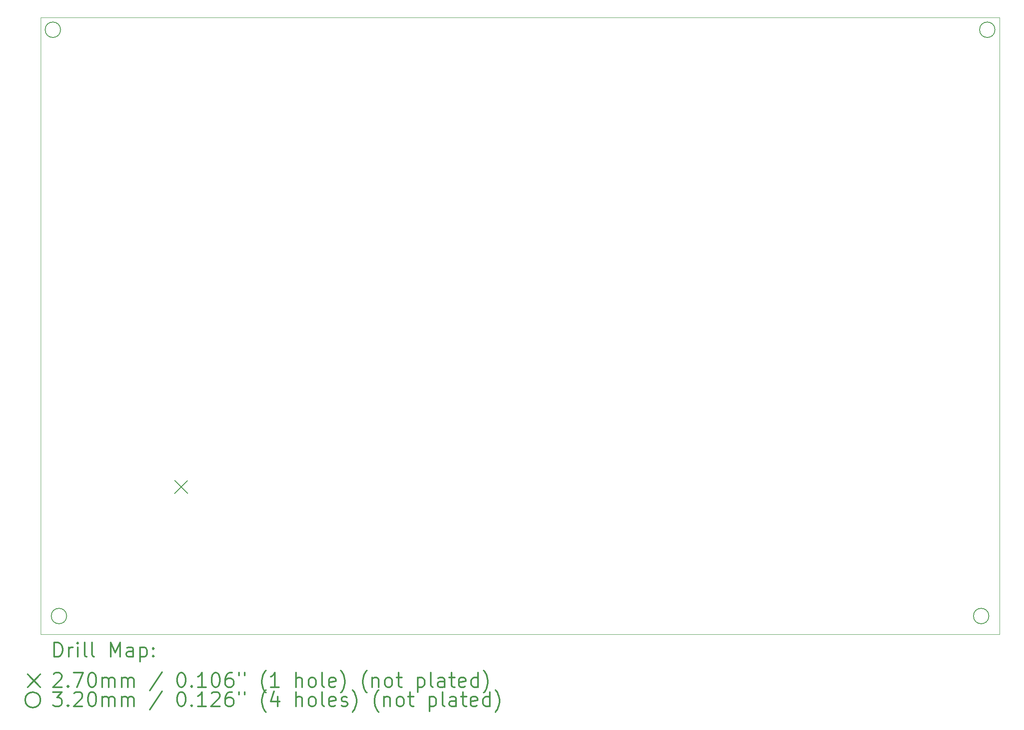
<source format=gbr>
%FSLAX45Y45*%
G04 Gerber Fmt 4.5, Leading zero omitted, Abs format (unit mm)*
G04 Created by KiCad (PCBNEW (5.1.9)-1) date 2022-04-05 19:21:59*
%MOMM*%
%LPD*%
G01*
G04 APERTURE LIST*
%TA.AperFunction,Profile*%
%ADD10C,0.050000*%
%TD*%
%ADD11C,0.200000*%
%ADD12C,0.300000*%
G04 APERTURE END LIST*
D10*
X22860000Y-2794000D02*
X2921000Y-2794000D01*
X22860000Y-15621000D02*
X22860000Y-2794000D01*
X2921000Y-15621000D02*
X22860000Y-15621000D01*
X2921000Y-2794000D02*
X2921000Y-15621000D01*
D11*
X5707000Y-12420000D02*
X5977000Y-12690000D01*
X5977000Y-12420000D02*
X5707000Y-12690000D01*
X3335000Y-3048000D02*
G75*
G03*
X3335000Y-3048000I-160000J0D01*
G01*
X3462000Y-15240000D02*
G75*
G03*
X3462000Y-15240000I-160000J0D01*
G01*
X22639000Y-15240000D02*
G75*
G03*
X22639000Y-15240000I-160000J0D01*
G01*
X22766000Y-3048000D02*
G75*
G03*
X22766000Y-3048000I-160000J0D01*
G01*
D12*
X3204928Y-16089214D02*
X3204928Y-15789214D01*
X3276357Y-15789214D01*
X3319214Y-15803500D01*
X3347786Y-15832071D01*
X3362071Y-15860643D01*
X3376357Y-15917786D01*
X3376357Y-15960643D01*
X3362071Y-16017786D01*
X3347786Y-16046357D01*
X3319214Y-16074929D01*
X3276357Y-16089214D01*
X3204928Y-16089214D01*
X3504928Y-16089214D02*
X3504928Y-15889214D01*
X3504928Y-15946357D02*
X3519214Y-15917786D01*
X3533500Y-15903500D01*
X3562071Y-15889214D01*
X3590643Y-15889214D01*
X3690643Y-16089214D02*
X3690643Y-15889214D01*
X3690643Y-15789214D02*
X3676357Y-15803500D01*
X3690643Y-15817786D01*
X3704928Y-15803500D01*
X3690643Y-15789214D01*
X3690643Y-15817786D01*
X3876357Y-16089214D02*
X3847786Y-16074929D01*
X3833500Y-16046357D01*
X3833500Y-15789214D01*
X4033500Y-16089214D02*
X4004928Y-16074929D01*
X3990643Y-16046357D01*
X3990643Y-15789214D01*
X4376357Y-16089214D02*
X4376357Y-15789214D01*
X4476357Y-16003500D01*
X4576357Y-15789214D01*
X4576357Y-16089214D01*
X4847786Y-16089214D02*
X4847786Y-15932071D01*
X4833500Y-15903500D01*
X4804928Y-15889214D01*
X4747786Y-15889214D01*
X4719214Y-15903500D01*
X4847786Y-16074929D02*
X4819214Y-16089214D01*
X4747786Y-16089214D01*
X4719214Y-16074929D01*
X4704928Y-16046357D01*
X4704928Y-16017786D01*
X4719214Y-15989214D01*
X4747786Y-15974929D01*
X4819214Y-15974929D01*
X4847786Y-15960643D01*
X4990643Y-15889214D02*
X4990643Y-16189214D01*
X4990643Y-15903500D02*
X5019214Y-15889214D01*
X5076357Y-15889214D01*
X5104928Y-15903500D01*
X5119214Y-15917786D01*
X5133500Y-15946357D01*
X5133500Y-16032071D01*
X5119214Y-16060643D01*
X5104928Y-16074929D01*
X5076357Y-16089214D01*
X5019214Y-16089214D01*
X4990643Y-16074929D01*
X5262071Y-16060643D02*
X5276357Y-16074929D01*
X5262071Y-16089214D01*
X5247786Y-16074929D01*
X5262071Y-16060643D01*
X5262071Y-16089214D01*
X5262071Y-15903500D02*
X5276357Y-15917786D01*
X5262071Y-15932071D01*
X5247786Y-15917786D01*
X5262071Y-15903500D01*
X5262071Y-15932071D01*
X2648500Y-16448500D02*
X2918500Y-16718500D01*
X2918500Y-16448500D02*
X2648500Y-16718500D01*
X3190643Y-16447786D02*
X3204928Y-16433500D01*
X3233500Y-16419214D01*
X3304928Y-16419214D01*
X3333500Y-16433500D01*
X3347786Y-16447786D01*
X3362071Y-16476357D01*
X3362071Y-16504929D01*
X3347786Y-16547786D01*
X3176357Y-16719214D01*
X3362071Y-16719214D01*
X3490643Y-16690643D02*
X3504928Y-16704929D01*
X3490643Y-16719214D01*
X3476357Y-16704929D01*
X3490643Y-16690643D01*
X3490643Y-16719214D01*
X3604928Y-16419214D02*
X3804928Y-16419214D01*
X3676357Y-16719214D01*
X3976357Y-16419214D02*
X4004928Y-16419214D01*
X4033500Y-16433500D01*
X4047786Y-16447786D01*
X4062071Y-16476357D01*
X4076357Y-16533500D01*
X4076357Y-16604929D01*
X4062071Y-16662071D01*
X4047786Y-16690643D01*
X4033500Y-16704929D01*
X4004928Y-16719214D01*
X3976357Y-16719214D01*
X3947786Y-16704929D01*
X3933500Y-16690643D01*
X3919214Y-16662071D01*
X3904928Y-16604929D01*
X3904928Y-16533500D01*
X3919214Y-16476357D01*
X3933500Y-16447786D01*
X3947786Y-16433500D01*
X3976357Y-16419214D01*
X4204928Y-16719214D02*
X4204928Y-16519214D01*
X4204928Y-16547786D02*
X4219214Y-16533500D01*
X4247786Y-16519214D01*
X4290643Y-16519214D01*
X4319214Y-16533500D01*
X4333500Y-16562071D01*
X4333500Y-16719214D01*
X4333500Y-16562071D02*
X4347786Y-16533500D01*
X4376357Y-16519214D01*
X4419214Y-16519214D01*
X4447786Y-16533500D01*
X4462071Y-16562071D01*
X4462071Y-16719214D01*
X4604928Y-16719214D02*
X4604928Y-16519214D01*
X4604928Y-16547786D02*
X4619214Y-16533500D01*
X4647786Y-16519214D01*
X4690643Y-16519214D01*
X4719214Y-16533500D01*
X4733500Y-16562071D01*
X4733500Y-16719214D01*
X4733500Y-16562071D02*
X4747786Y-16533500D01*
X4776357Y-16519214D01*
X4819214Y-16519214D01*
X4847786Y-16533500D01*
X4862071Y-16562071D01*
X4862071Y-16719214D01*
X5447786Y-16404929D02*
X5190643Y-16790643D01*
X5833500Y-16419214D02*
X5862071Y-16419214D01*
X5890643Y-16433500D01*
X5904928Y-16447786D01*
X5919214Y-16476357D01*
X5933500Y-16533500D01*
X5933500Y-16604929D01*
X5919214Y-16662071D01*
X5904928Y-16690643D01*
X5890643Y-16704929D01*
X5862071Y-16719214D01*
X5833500Y-16719214D01*
X5804928Y-16704929D01*
X5790643Y-16690643D01*
X5776357Y-16662071D01*
X5762071Y-16604929D01*
X5762071Y-16533500D01*
X5776357Y-16476357D01*
X5790643Y-16447786D01*
X5804928Y-16433500D01*
X5833500Y-16419214D01*
X6062071Y-16690643D02*
X6076357Y-16704929D01*
X6062071Y-16719214D01*
X6047786Y-16704929D01*
X6062071Y-16690643D01*
X6062071Y-16719214D01*
X6362071Y-16719214D02*
X6190643Y-16719214D01*
X6276357Y-16719214D02*
X6276357Y-16419214D01*
X6247786Y-16462071D01*
X6219214Y-16490643D01*
X6190643Y-16504929D01*
X6547786Y-16419214D02*
X6576357Y-16419214D01*
X6604928Y-16433500D01*
X6619214Y-16447786D01*
X6633500Y-16476357D01*
X6647786Y-16533500D01*
X6647786Y-16604929D01*
X6633500Y-16662071D01*
X6619214Y-16690643D01*
X6604928Y-16704929D01*
X6576357Y-16719214D01*
X6547786Y-16719214D01*
X6519214Y-16704929D01*
X6504928Y-16690643D01*
X6490643Y-16662071D01*
X6476357Y-16604929D01*
X6476357Y-16533500D01*
X6490643Y-16476357D01*
X6504928Y-16447786D01*
X6519214Y-16433500D01*
X6547786Y-16419214D01*
X6904928Y-16419214D02*
X6847786Y-16419214D01*
X6819214Y-16433500D01*
X6804928Y-16447786D01*
X6776357Y-16490643D01*
X6762071Y-16547786D01*
X6762071Y-16662071D01*
X6776357Y-16690643D01*
X6790643Y-16704929D01*
X6819214Y-16719214D01*
X6876357Y-16719214D01*
X6904928Y-16704929D01*
X6919214Y-16690643D01*
X6933500Y-16662071D01*
X6933500Y-16590643D01*
X6919214Y-16562071D01*
X6904928Y-16547786D01*
X6876357Y-16533500D01*
X6819214Y-16533500D01*
X6790643Y-16547786D01*
X6776357Y-16562071D01*
X6762071Y-16590643D01*
X7047786Y-16419214D02*
X7047786Y-16476357D01*
X7162071Y-16419214D02*
X7162071Y-16476357D01*
X7604928Y-16833500D02*
X7590643Y-16819214D01*
X7562071Y-16776357D01*
X7547786Y-16747786D01*
X7533500Y-16704929D01*
X7519214Y-16633500D01*
X7519214Y-16576357D01*
X7533500Y-16504929D01*
X7547786Y-16462071D01*
X7562071Y-16433500D01*
X7590643Y-16390643D01*
X7604928Y-16376357D01*
X7876357Y-16719214D02*
X7704928Y-16719214D01*
X7790643Y-16719214D02*
X7790643Y-16419214D01*
X7762071Y-16462071D01*
X7733500Y-16490643D01*
X7704928Y-16504929D01*
X8233500Y-16719214D02*
X8233500Y-16419214D01*
X8362071Y-16719214D02*
X8362071Y-16562071D01*
X8347786Y-16533500D01*
X8319214Y-16519214D01*
X8276357Y-16519214D01*
X8247786Y-16533500D01*
X8233500Y-16547786D01*
X8547786Y-16719214D02*
X8519214Y-16704929D01*
X8504928Y-16690643D01*
X8490643Y-16662071D01*
X8490643Y-16576357D01*
X8504928Y-16547786D01*
X8519214Y-16533500D01*
X8547786Y-16519214D01*
X8590643Y-16519214D01*
X8619214Y-16533500D01*
X8633500Y-16547786D01*
X8647786Y-16576357D01*
X8647786Y-16662071D01*
X8633500Y-16690643D01*
X8619214Y-16704929D01*
X8590643Y-16719214D01*
X8547786Y-16719214D01*
X8819214Y-16719214D02*
X8790643Y-16704929D01*
X8776357Y-16676357D01*
X8776357Y-16419214D01*
X9047786Y-16704929D02*
X9019214Y-16719214D01*
X8962071Y-16719214D01*
X8933500Y-16704929D01*
X8919214Y-16676357D01*
X8919214Y-16562071D01*
X8933500Y-16533500D01*
X8962071Y-16519214D01*
X9019214Y-16519214D01*
X9047786Y-16533500D01*
X9062071Y-16562071D01*
X9062071Y-16590643D01*
X8919214Y-16619214D01*
X9162071Y-16833500D02*
X9176357Y-16819214D01*
X9204928Y-16776357D01*
X9219214Y-16747786D01*
X9233500Y-16704929D01*
X9247786Y-16633500D01*
X9247786Y-16576357D01*
X9233500Y-16504929D01*
X9219214Y-16462071D01*
X9204928Y-16433500D01*
X9176357Y-16390643D01*
X9162071Y-16376357D01*
X9704928Y-16833500D02*
X9690643Y-16819214D01*
X9662071Y-16776357D01*
X9647786Y-16747786D01*
X9633500Y-16704929D01*
X9619214Y-16633500D01*
X9619214Y-16576357D01*
X9633500Y-16504929D01*
X9647786Y-16462071D01*
X9662071Y-16433500D01*
X9690643Y-16390643D01*
X9704928Y-16376357D01*
X9819214Y-16519214D02*
X9819214Y-16719214D01*
X9819214Y-16547786D02*
X9833500Y-16533500D01*
X9862071Y-16519214D01*
X9904928Y-16519214D01*
X9933500Y-16533500D01*
X9947786Y-16562071D01*
X9947786Y-16719214D01*
X10133500Y-16719214D02*
X10104928Y-16704929D01*
X10090643Y-16690643D01*
X10076357Y-16662071D01*
X10076357Y-16576357D01*
X10090643Y-16547786D01*
X10104928Y-16533500D01*
X10133500Y-16519214D01*
X10176357Y-16519214D01*
X10204928Y-16533500D01*
X10219214Y-16547786D01*
X10233500Y-16576357D01*
X10233500Y-16662071D01*
X10219214Y-16690643D01*
X10204928Y-16704929D01*
X10176357Y-16719214D01*
X10133500Y-16719214D01*
X10319214Y-16519214D02*
X10433500Y-16519214D01*
X10362071Y-16419214D02*
X10362071Y-16676357D01*
X10376357Y-16704929D01*
X10404928Y-16719214D01*
X10433500Y-16719214D01*
X10762071Y-16519214D02*
X10762071Y-16819214D01*
X10762071Y-16533500D02*
X10790643Y-16519214D01*
X10847786Y-16519214D01*
X10876357Y-16533500D01*
X10890643Y-16547786D01*
X10904928Y-16576357D01*
X10904928Y-16662071D01*
X10890643Y-16690643D01*
X10876357Y-16704929D01*
X10847786Y-16719214D01*
X10790643Y-16719214D01*
X10762071Y-16704929D01*
X11076357Y-16719214D02*
X11047786Y-16704929D01*
X11033500Y-16676357D01*
X11033500Y-16419214D01*
X11319214Y-16719214D02*
X11319214Y-16562071D01*
X11304928Y-16533500D01*
X11276357Y-16519214D01*
X11219214Y-16519214D01*
X11190643Y-16533500D01*
X11319214Y-16704929D02*
X11290643Y-16719214D01*
X11219214Y-16719214D01*
X11190643Y-16704929D01*
X11176357Y-16676357D01*
X11176357Y-16647786D01*
X11190643Y-16619214D01*
X11219214Y-16604929D01*
X11290643Y-16604929D01*
X11319214Y-16590643D01*
X11419214Y-16519214D02*
X11533500Y-16519214D01*
X11462071Y-16419214D02*
X11462071Y-16676357D01*
X11476357Y-16704929D01*
X11504928Y-16719214D01*
X11533500Y-16719214D01*
X11747786Y-16704929D02*
X11719214Y-16719214D01*
X11662071Y-16719214D01*
X11633500Y-16704929D01*
X11619214Y-16676357D01*
X11619214Y-16562071D01*
X11633500Y-16533500D01*
X11662071Y-16519214D01*
X11719214Y-16519214D01*
X11747786Y-16533500D01*
X11762071Y-16562071D01*
X11762071Y-16590643D01*
X11619214Y-16619214D01*
X12019214Y-16719214D02*
X12019214Y-16419214D01*
X12019214Y-16704929D02*
X11990643Y-16719214D01*
X11933500Y-16719214D01*
X11904928Y-16704929D01*
X11890643Y-16690643D01*
X11876357Y-16662071D01*
X11876357Y-16576357D01*
X11890643Y-16547786D01*
X11904928Y-16533500D01*
X11933500Y-16519214D01*
X11990643Y-16519214D01*
X12019214Y-16533500D01*
X12133500Y-16833500D02*
X12147786Y-16819214D01*
X12176357Y-16776357D01*
X12190643Y-16747786D01*
X12204928Y-16704929D01*
X12219214Y-16633500D01*
X12219214Y-16576357D01*
X12204928Y-16504929D01*
X12190643Y-16462071D01*
X12176357Y-16433500D01*
X12147786Y-16390643D01*
X12133500Y-16376357D01*
X2918500Y-16983500D02*
G75*
G03*
X2918500Y-16983500I-160000J0D01*
G01*
X3176357Y-16819214D02*
X3362071Y-16819214D01*
X3262071Y-16933500D01*
X3304928Y-16933500D01*
X3333500Y-16947786D01*
X3347786Y-16962072D01*
X3362071Y-16990643D01*
X3362071Y-17062072D01*
X3347786Y-17090643D01*
X3333500Y-17104929D01*
X3304928Y-17119214D01*
X3219214Y-17119214D01*
X3190643Y-17104929D01*
X3176357Y-17090643D01*
X3490643Y-17090643D02*
X3504928Y-17104929D01*
X3490643Y-17119214D01*
X3476357Y-17104929D01*
X3490643Y-17090643D01*
X3490643Y-17119214D01*
X3619214Y-16847786D02*
X3633500Y-16833500D01*
X3662071Y-16819214D01*
X3733500Y-16819214D01*
X3762071Y-16833500D01*
X3776357Y-16847786D01*
X3790643Y-16876357D01*
X3790643Y-16904929D01*
X3776357Y-16947786D01*
X3604928Y-17119214D01*
X3790643Y-17119214D01*
X3976357Y-16819214D02*
X4004928Y-16819214D01*
X4033500Y-16833500D01*
X4047786Y-16847786D01*
X4062071Y-16876357D01*
X4076357Y-16933500D01*
X4076357Y-17004929D01*
X4062071Y-17062072D01*
X4047786Y-17090643D01*
X4033500Y-17104929D01*
X4004928Y-17119214D01*
X3976357Y-17119214D01*
X3947786Y-17104929D01*
X3933500Y-17090643D01*
X3919214Y-17062072D01*
X3904928Y-17004929D01*
X3904928Y-16933500D01*
X3919214Y-16876357D01*
X3933500Y-16847786D01*
X3947786Y-16833500D01*
X3976357Y-16819214D01*
X4204928Y-17119214D02*
X4204928Y-16919214D01*
X4204928Y-16947786D02*
X4219214Y-16933500D01*
X4247786Y-16919214D01*
X4290643Y-16919214D01*
X4319214Y-16933500D01*
X4333500Y-16962072D01*
X4333500Y-17119214D01*
X4333500Y-16962072D02*
X4347786Y-16933500D01*
X4376357Y-16919214D01*
X4419214Y-16919214D01*
X4447786Y-16933500D01*
X4462071Y-16962072D01*
X4462071Y-17119214D01*
X4604928Y-17119214D02*
X4604928Y-16919214D01*
X4604928Y-16947786D02*
X4619214Y-16933500D01*
X4647786Y-16919214D01*
X4690643Y-16919214D01*
X4719214Y-16933500D01*
X4733500Y-16962072D01*
X4733500Y-17119214D01*
X4733500Y-16962072D02*
X4747786Y-16933500D01*
X4776357Y-16919214D01*
X4819214Y-16919214D01*
X4847786Y-16933500D01*
X4862071Y-16962072D01*
X4862071Y-17119214D01*
X5447786Y-16804929D02*
X5190643Y-17190643D01*
X5833500Y-16819214D02*
X5862071Y-16819214D01*
X5890643Y-16833500D01*
X5904928Y-16847786D01*
X5919214Y-16876357D01*
X5933500Y-16933500D01*
X5933500Y-17004929D01*
X5919214Y-17062072D01*
X5904928Y-17090643D01*
X5890643Y-17104929D01*
X5862071Y-17119214D01*
X5833500Y-17119214D01*
X5804928Y-17104929D01*
X5790643Y-17090643D01*
X5776357Y-17062072D01*
X5762071Y-17004929D01*
X5762071Y-16933500D01*
X5776357Y-16876357D01*
X5790643Y-16847786D01*
X5804928Y-16833500D01*
X5833500Y-16819214D01*
X6062071Y-17090643D02*
X6076357Y-17104929D01*
X6062071Y-17119214D01*
X6047786Y-17104929D01*
X6062071Y-17090643D01*
X6062071Y-17119214D01*
X6362071Y-17119214D02*
X6190643Y-17119214D01*
X6276357Y-17119214D02*
X6276357Y-16819214D01*
X6247786Y-16862072D01*
X6219214Y-16890643D01*
X6190643Y-16904929D01*
X6476357Y-16847786D02*
X6490643Y-16833500D01*
X6519214Y-16819214D01*
X6590643Y-16819214D01*
X6619214Y-16833500D01*
X6633500Y-16847786D01*
X6647786Y-16876357D01*
X6647786Y-16904929D01*
X6633500Y-16947786D01*
X6462071Y-17119214D01*
X6647786Y-17119214D01*
X6904928Y-16819214D02*
X6847786Y-16819214D01*
X6819214Y-16833500D01*
X6804928Y-16847786D01*
X6776357Y-16890643D01*
X6762071Y-16947786D01*
X6762071Y-17062072D01*
X6776357Y-17090643D01*
X6790643Y-17104929D01*
X6819214Y-17119214D01*
X6876357Y-17119214D01*
X6904928Y-17104929D01*
X6919214Y-17090643D01*
X6933500Y-17062072D01*
X6933500Y-16990643D01*
X6919214Y-16962072D01*
X6904928Y-16947786D01*
X6876357Y-16933500D01*
X6819214Y-16933500D01*
X6790643Y-16947786D01*
X6776357Y-16962072D01*
X6762071Y-16990643D01*
X7047786Y-16819214D02*
X7047786Y-16876357D01*
X7162071Y-16819214D02*
X7162071Y-16876357D01*
X7604928Y-17233500D02*
X7590643Y-17219214D01*
X7562071Y-17176357D01*
X7547786Y-17147786D01*
X7533500Y-17104929D01*
X7519214Y-17033500D01*
X7519214Y-16976357D01*
X7533500Y-16904929D01*
X7547786Y-16862072D01*
X7562071Y-16833500D01*
X7590643Y-16790643D01*
X7604928Y-16776357D01*
X7847786Y-16919214D02*
X7847786Y-17119214D01*
X7776357Y-16804929D02*
X7704928Y-17019214D01*
X7890643Y-17019214D01*
X8233500Y-17119214D02*
X8233500Y-16819214D01*
X8362071Y-17119214D02*
X8362071Y-16962072D01*
X8347786Y-16933500D01*
X8319214Y-16919214D01*
X8276357Y-16919214D01*
X8247786Y-16933500D01*
X8233500Y-16947786D01*
X8547786Y-17119214D02*
X8519214Y-17104929D01*
X8504928Y-17090643D01*
X8490643Y-17062072D01*
X8490643Y-16976357D01*
X8504928Y-16947786D01*
X8519214Y-16933500D01*
X8547786Y-16919214D01*
X8590643Y-16919214D01*
X8619214Y-16933500D01*
X8633500Y-16947786D01*
X8647786Y-16976357D01*
X8647786Y-17062072D01*
X8633500Y-17090643D01*
X8619214Y-17104929D01*
X8590643Y-17119214D01*
X8547786Y-17119214D01*
X8819214Y-17119214D02*
X8790643Y-17104929D01*
X8776357Y-17076357D01*
X8776357Y-16819214D01*
X9047786Y-17104929D02*
X9019214Y-17119214D01*
X8962071Y-17119214D01*
X8933500Y-17104929D01*
X8919214Y-17076357D01*
X8919214Y-16962072D01*
X8933500Y-16933500D01*
X8962071Y-16919214D01*
X9019214Y-16919214D01*
X9047786Y-16933500D01*
X9062071Y-16962072D01*
X9062071Y-16990643D01*
X8919214Y-17019214D01*
X9176357Y-17104929D02*
X9204928Y-17119214D01*
X9262071Y-17119214D01*
X9290643Y-17104929D01*
X9304928Y-17076357D01*
X9304928Y-17062072D01*
X9290643Y-17033500D01*
X9262071Y-17019214D01*
X9219214Y-17019214D01*
X9190643Y-17004929D01*
X9176357Y-16976357D01*
X9176357Y-16962072D01*
X9190643Y-16933500D01*
X9219214Y-16919214D01*
X9262071Y-16919214D01*
X9290643Y-16933500D01*
X9404928Y-17233500D02*
X9419214Y-17219214D01*
X9447786Y-17176357D01*
X9462071Y-17147786D01*
X9476357Y-17104929D01*
X9490643Y-17033500D01*
X9490643Y-16976357D01*
X9476357Y-16904929D01*
X9462071Y-16862072D01*
X9447786Y-16833500D01*
X9419214Y-16790643D01*
X9404928Y-16776357D01*
X9947786Y-17233500D02*
X9933500Y-17219214D01*
X9904928Y-17176357D01*
X9890643Y-17147786D01*
X9876357Y-17104929D01*
X9862071Y-17033500D01*
X9862071Y-16976357D01*
X9876357Y-16904929D01*
X9890643Y-16862072D01*
X9904928Y-16833500D01*
X9933500Y-16790643D01*
X9947786Y-16776357D01*
X10062071Y-16919214D02*
X10062071Y-17119214D01*
X10062071Y-16947786D02*
X10076357Y-16933500D01*
X10104928Y-16919214D01*
X10147786Y-16919214D01*
X10176357Y-16933500D01*
X10190643Y-16962072D01*
X10190643Y-17119214D01*
X10376357Y-17119214D02*
X10347786Y-17104929D01*
X10333500Y-17090643D01*
X10319214Y-17062072D01*
X10319214Y-16976357D01*
X10333500Y-16947786D01*
X10347786Y-16933500D01*
X10376357Y-16919214D01*
X10419214Y-16919214D01*
X10447786Y-16933500D01*
X10462071Y-16947786D01*
X10476357Y-16976357D01*
X10476357Y-17062072D01*
X10462071Y-17090643D01*
X10447786Y-17104929D01*
X10419214Y-17119214D01*
X10376357Y-17119214D01*
X10562071Y-16919214D02*
X10676357Y-16919214D01*
X10604928Y-16819214D02*
X10604928Y-17076357D01*
X10619214Y-17104929D01*
X10647786Y-17119214D01*
X10676357Y-17119214D01*
X11004928Y-16919214D02*
X11004928Y-17219214D01*
X11004928Y-16933500D02*
X11033500Y-16919214D01*
X11090643Y-16919214D01*
X11119214Y-16933500D01*
X11133500Y-16947786D01*
X11147786Y-16976357D01*
X11147786Y-17062072D01*
X11133500Y-17090643D01*
X11119214Y-17104929D01*
X11090643Y-17119214D01*
X11033500Y-17119214D01*
X11004928Y-17104929D01*
X11319214Y-17119214D02*
X11290643Y-17104929D01*
X11276357Y-17076357D01*
X11276357Y-16819214D01*
X11562071Y-17119214D02*
X11562071Y-16962072D01*
X11547786Y-16933500D01*
X11519214Y-16919214D01*
X11462071Y-16919214D01*
X11433500Y-16933500D01*
X11562071Y-17104929D02*
X11533500Y-17119214D01*
X11462071Y-17119214D01*
X11433500Y-17104929D01*
X11419214Y-17076357D01*
X11419214Y-17047786D01*
X11433500Y-17019214D01*
X11462071Y-17004929D01*
X11533500Y-17004929D01*
X11562071Y-16990643D01*
X11662071Y-16919214D02*
X11776357Y-16919214D01*
X11704928Y-16819214D02*
X11704928Y-17076357D01*
X11719214Y-17104929D01*
X11747786Y-17119214D01*
X11776357Y-17119214D01*
X11990643Y-17104929D02*
X11962071Y-17119214D01*
X11904928Y-17119214D01*
X11876357Y-17104929D01*
X11862071Y-17076357D01*
X11862071Y-16962072D01*
X11876357Y-16933500D01*
X11904928Y-16919214D01*
X11962071Y-16919214D01*
X11990643Y-16933500D01*
X12004928Y-16962072D01*
X12004928Y-16990643D01*
X11862071Y-17019214D01*
X12262071Y-17119214D02*
X12262071Y-16819214D01*
X12262071Y-17104929D02*
X12233500Y-17119214D01*
X12176357Y-17119214D01*
X12147786Y-17104929D01*
X12133500Y-17090643D01*
X12119214Y-17062072D01*
X12119214Y-16976357D01*
X12133500Y-16947786D01*
X12147786Y-16933500D01*
X12176357Y-16919214D01*
X12233500Y-16919214D01*
X12262071Y-16933500D01*
X12376357Y-17233500D02*
X12390643Y-17219214D01*
X12419214Y-17176357D01*
X12433500Y-17147786D01*
X12447786Y-17104929D01*
X12462071Y-17033500D01*
X12462071Y-16976357D01*
X12447786Y-16904929D01*
X12433500Y-16862072D01*
X12419214Y-16833500D01*
X12390643Y-16790643D01*
X12376357Y-16776357D01*
M02*

</source>
